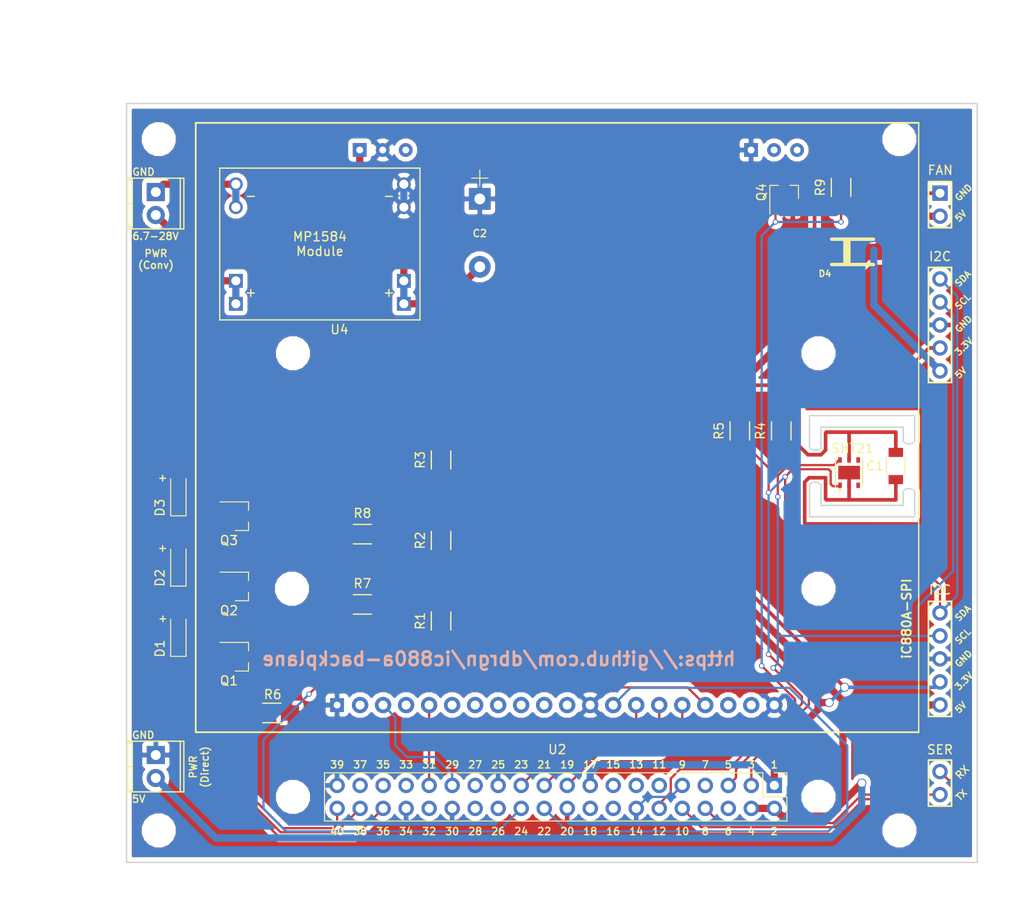
<source format=kicad_pcb>
(kicad_pcb (version 4) (host pcbnew 4.0.5)
  (title_block (title "iC880A-SPI Raspberry Pi Backplane") (date 2017-03-14) (rev v1.1) (company "Coredump Rapperswil"))
  (layers (0 F.Cu signal) (31 B.Cu signal) (34 B.Paste user) (35 F.Paste user) (36 B.SilkS user) (37 F.SilkS user) (38 B.Mask user) (39 F.Mask user) (44 Edge.Cuts user))
  (net 0 "")
  (net 1 "Net-(D1-Pad2)")
  (net 2 "Net-(D1-Pad1)")
  (net 3 "Net-(D2-Pad2)")
  (net 4 "Net-(D2-Pad1)")
  (net 5 "Net-(D3-Pad2)")
  (net 6 "Net-(D3-Pad1)")
  (net 7 "Net-(J1-Pad1)")
  (net 8 "Net-(J1-Pad2)")
  (net 9 "Net-(J3-Pad1)")
  (net 10 "Net-(J3-Pad2)")
  (net 11 GND)
  (net 12 "Net-(U1-Pad7)")
  (net 13 "Net-(U1-Pad11)")
  (net 14 "Net-(U1-Pad13)")
  (net 15 "Net-(U1-Pad15)")
  (net 16 "Net-(U1-Pad16)")
  (net 17 "Net-(U1-Pad18)")
  (net 18 "Net-(U1-Pad19)")
  (net 19 "Net-(U1-Pad21)")
  (net 20 "Net-(U1-Pad22)")
  (net 21 "Net-(U1-Pad23)")
  (net 22 "Net-(U1-Pad24)")
  (net 23 "Net-(U1-Pad26)")
  (net 24 "Net-(U1-Pad27)")
  (net 25 "Net-(U1-Pad28)")
  (net 26 "Net-(U1-Pad29)")
  (net 27 "Net-(U1-Pad31)")
  (net 28 "Net-(U1-Pad32)")
  (net 29 "Net-(U1-Pad33)")
  (net 30 "Net-(U1-Pad37)")
  (net 31 "Net-(U2-Pad2)")
  (net 32 "Net-(U2-Pad4)")
  (net 33 "Net-(U2-Pad6)")
  (net 34 "Net-(U2-Pad7)")
  (net 35 "Net-(U2-Pad8)")
  (net 36 "Net-(U2-Pad9)")
  (net 37 "Net-(U2-Pad10)")
  (net 38 "Net-(U2-Pad11)")
  (net 39 "Net-(U2-Pad18)")
  (net 40 "Net-(U2-Pad19)")
  (net 41 /3.3V)
  (net 42 /5V)
  (net 43 "Net-(U1-Pad6)")
  (net 44 "Net-(U2-Pad23)")
  (net 45 "Net-(U2-Pad25)")
  (net 46 "Net-(U2-Pad26)")
  (net 47 "Net-(U3-Pad4)")
  (net 48 "Net-(U3-Pad3)")
  (net 49 "Net-(D4-Pad2)")
  (net 50 "Net-(U1-Pad35)")
  (net 51 "Net-(J5-Pad1)")
  (net 52 "Net-(J5-Pad2)")
  (net 53 "Net-(Q1-Pad1)")
  (net 54 "Net-(Q2-Pad1)")
  (net 55 "Net-(Q3-Pad1)")
  (net 56 "Net-(Q4-Pad1)")
  (module Mounting_Holes:MountingHole_2.7mm_M2.5 (layer F.Cu) (at 133.697 123.685)
    (fp_text reference REF** hide)
    (fp_text value MountingHole_2.7mm_M2.5 hide)
    (pad "" np_thru_hole circle (at 0 0) (size 2.75 2.75) (drill 2.75) (layers *.Cu *.Mask))
  )
  (module ic880a:IC880A-SPI (layer F.Cu) (at 162.9791 105.8926)
    (fp_text reference U2 (at 0 35.56) (layer F.SilkS))
    (fp_text value IC880A-SPI)
    (pad 1 thru_hole rect (at -24.3 30.65) (size 1.524 1.524) (drill 0.762) (layers *.Cu *.Mask) (net 11 GND))
    (pad 2 thru_hole circle (at -21.76 30.65) (size 1.8 1.8) (drill 1) (layers *.Cu *.Mask) (net 31 "Net-(U2-Pad2)"))
    (pad 3 thru_hole circle (at -19.22 30.65) (size 1.8 1.8) (drill 1) (layers *.Cu *.Mask) (net 26 "Net-(U1-Pad29)"))
    (pad 4 thru_hole circle (at -16.68 30.65) (size 1.8 1.8) (drill 1) (layers *.Cu *.Mask) (net 32 "Net-(U2-Pad4)"))
    (pad 5 thru_hole circle (at -14.14 30.65) (size 1.8 1.8) (drill 1) (layers *.Cu *.Mask) (net 27 "Net-(U1-Pad31)"))
    (pad 6 thru_hole circle (at -11.6 30.65) (size 1.8 1.8) (drill 1) (layers *.Cu *.Mask) (net 33 "Net-(U2-Pad6)"))
    (pad 7 thru_hole circle (at -9.06 30.65) (size 1.8 1.8) (drill 1) (layers *.Cu *.Mask) (net 34 "Net-(U2-Pad7)"))
    (pad 8 thru_hole circle (at -6.52 30.65) (size 1.8 1.8) (drill 1) (layers *.Cu *.Mask) (net 35 "Net-(U2-Pad8)"))
    (pad 9 thru_hole circle (at -3.98 30.65) (size 1.8 1.8) (drill 1) (layers *.Cu *.Mask) (net 36 "Net-(U2-Pad9)"))
    (pad 10 thru_hole circle (at -1.44 30.65) (size 1.8 1.8) (drill 1) (layers *.Cu *.Mask) (net 37 "Net-(U2-Pad10)"))
    (pad 11 thru_hole circle (at 1.1 30.65) (size 1.8 1.8) (drill 1) (layers *.Cu *.Mask) (net 38 "Net-(U2-Pad11)"))
    (pad 12 thru_hole circle (at 3.64 30.65) (size 1.8 1.8) (drill 1) (layers *.Cu *.Mask) (net 11 GND))
    (pad 13 thru_hole circle (at 6.18 30.65) (size 1.8 1.8) (drill 1) (layers *.Cu *.Mask) (net 20 "Net-(U1-Pad22)"))
    (pad 14 thru_hole circle (at 8.72 30.65) (size 1.8 1.8) (drill 1) (layers *.Cu *.Mask) (net 21 "Net-(U1-Pad23)"))
    (pad 15 thru_hole circle (at 11.26 30.65) (size 1.8 1.8) (drill 1) (layers *.Cu *.Mask) (net 19 "Net-(U1-Pad21)"))
    (pad 16 thru_hole circle (at 13.8 30.65) (size 1.8 1.8) (drill 1) (layers *.Cu *.Mask) (net 18 "Net-(U1-Pad19)"))
    (pad 17 thru_hole circle (at 16.34 30.65) (size 1.8 1.8) (drill 1) (layers *.Cu *.Mask) (net 22 "Net-(U1-Pad24)"))
    (pad 18 thru_hole circle (at 18.88 30.65) (size 1.8 1.8) (drill 1) (layers *.Cu *.Mask) (net 39 "Net-(U2-Pad18)"))
    (pad 19 thru_hole circle (at 21.42 30.65) (size 1.8 1.8) (drill 1) (layers *.Cu *.Mask) (net 40 "Net-(U2-Pad19)"))
    (pad 20 thru_hole circle (at 23.96 30.65) (size 1.8 1.8) (drill 1) (layers *.Cu *.Mask) (net 11 GND))
    (pad 21 thru_hole rect (at -21.8 -30.65) (size 1.524 1.524) (drill 0.762) (layers *.Cu *.Mask) (net 42 /5V))
    (pad 22 thru_hole circle (at -19.26 -30.65) (size 1.524 1.524) (drill 0.762) (layers *.Cu *.Mask) (net 11 GND))
    (pad 23 thru_hole circle (at -16.72 -30.65) (size 1.524 1.524) (drill 0.762) (layers *.Cu *.Mask) (net 44 "Net-(U2-Pad23)"))
    (pad 24 thru_hole rect (at 21.4 -30.65) (size 1.524 1.524) (drill 0.762) (layers *.Cu *.Mask) (net 11 GND))
    (pad 25 thru_hole circle (at 23.94 -30.65) (size 1.524 1.524) (drill 0.762) (layers *.Cu *.Mask) (net 45 "Net-(U2-Pad25)"))
    (pad 26 thru_hole circle (at 26.48 -30.65) (size 1.524 1.524) (drill 0.762) (layers *.Cu *.Mask) (net 46 "Net-(U2-Pad26)"))
  )
  (module regulators:MP1584_MODULE (layer F.Cu) (at 136.779 85.6234)
    (fp_text reference U4 (at 2.159 9.4488) (layer F.SilkS))
    (fp_text value MP1584_MODULE hide)
    (fp_text user + (at 7.62 5.334) (layer F.SilkS))
    (fp_text user + (at -7.62 5.334) (layer F.SilkS))
    (fp_text user - (at 7.62 -5.334) (layer F.SilkS))
    (fp_text user - (at -7.62 -5.334) (layer F.SilkS))
    (pad 1 thru_hole circle (at -9.271 -6.604) (size 1.524 1.524) (drill 1) (layers *.Cu *.Mask) (net 51 "Net-(J5-Pad1)"))
    (pad 1 thru_hole circle (at -9.271 -4.064) (size 1.524 1.524) (drill 1) (layers *.Cu *.Mask) (net 51 "Net-(J5-Pad1)"))
    (pad 2 thru_hole rect (at -9.271 4.064 90) (size 1.524 1.524) (drill 1) (layers *.Cu *.Mask) (net 52 "Net-(J5-Pad2)"))
    (pad 2 thru_hole rect (at -9.271 6.604 90) (size 1.524 1.524) (drill 1) (layers *.Cu *.Mask) (net 52 "Net-(J5-Pad2)"))
    (pad 4 thru_hole circle (at 9.271 -4.064 90) (size 1.524 1.524) (drill 1) (layers *.Cu *.Mask) (net 11 GND))
    (pad 3 thru_hole rect (at 9.271 4.064 180) (size 1.524 1.524) (drill 1) (layers *.Cu *.Mask) (net 42 /5V))
    (pad 4 thru_hole circle (at 9.271 -6.604 90) (size 1.524 1.524) (drill 1) (layers *.Cu *.Mask) (net 11 GND))
    (pad 3 thru_hole rect (at 9.271 6.604 90) (size 1.524 1.524) (drill 1) (layers *.Cu *.Mask) (net 42 /5V))
  )
  (module Pin_Headers:Pin_Header_Straight_2x20_Pitch2.54mm (layer F.Cu) (at 186.944 145.415 270)
    (fp_text reference U1 hide)
    (fp_text value Raspberry_Pi_2_3 hide)
    (pad 1 thru_hole rect (at 0 0 270) (size 1.7 1.7) (drill 1) (layers *.Cu *.Mask) (net 41 /3.3V))
    (pad 2 thru_hole oval (at 2.54 0 270) (size 1.7 1.7) (drill 1) (layers *.Cu *.Mask) (net 42 /5V))
    (pad 3 thru_hole oval (at 0 2.54 270) (size 1.7 1.7) (drill 1) (layers *.Cu *.Mask) (net 7 "Net-(J1-Pad1)"))
    (pad 4 thru_hole oval (at 2.54 2.54 270) (size 1.7 1.7) (drill 1) (layers *.Cu *.Mask) (net 42 /5V))
    (pad 5 thru_hole oval (at 0 5.08 270) (size 1.7 1.7) (drill 1) (layers *.Cu *.Mask) (net 8 "Net-(J1-Pad2)"))
    (pad 6 thru_hole oval (at 2.54 5.08 270) (size 1.7 1.7) (drill 1) (layers *.Cu *.Mask) (net 43 "Net-(U1-Pad6)"))
    (pad 7 thru_hole oval (at 0 7.62 270) (size 1.7 1.7) (drill 1) (layers *.Cu *.Mask) (net 12 "Net-(U1-Pad7)"))
    (pad 8 thru_hole oval (at 2.54 7.62 270) (size 1.7 1.7) (drill 1) (layers *.Cu *.Mask) (net 9 "Net-(J3-Pad1)"))
    (pad 9 thru_hole oval (at 0 10.16 270) (size 1.7 1.7) (drill 1) (layers *.Cu *.Mask) (net 11 GND))
    (pad 10 thru_hole oval (at 2.54 10.16 270) (size 1.7 1.7) (drill 1) (layers *.Cu *.Mask) (net 10 "Net-(J3-Pad2)"))
    (pad 11 thru_hole oval (at 0 12.7 270) (size 1.7 1.7) (drill 1) (layers *.Cu *.Mask) (net 13 "Net-(U1-Pad11)"))
    (pad 12 thru_hole oval (at 2.54 12.7 270) (size 1.7 1.7) (drill 1) (layers *.Cu *.Mask) (net 56 "Net-(Q4-Pad1)"))
    (pad 13 thru_hole oval (at 0 15.24 270) (size 1.7 1.7) (drill 1) (layers *.Cu *.Mask) (net 14 "Net-(U1-Pad13)"))
    (pad 14 thru_hole oval (at 2.54 15.24 270) (size 1.7 1.7) (drill 1) (layers *.Cu *.Mask) (net 11 GND))
    (pad 15 thru_hole oval (at 0 17.78 270) (size 1.7 1.7) (drill 1) (layers *.Cu *.Mask) (net 15 "Net-(U1-Pad15)"))
    (pad 16 thru_hole oval (at 2.54 17.78 270) (size 1.7 1.7) (drill 1) (layers *.Cu *.Mask) (net 16 "Net-(U1-Pad16)"))
    (pad 17 thru_hole oval (at 0 20.32 270) (size 1.7 1.7) (drill 1) (layers *.Cu *.Mask) (net 41 /3.3V))
    (pad 18 thru_hole oval (at 2.54 20.32 270) (size 1.7 1.7) (drill 1) (layers *.Cu *.Mask) (net 17 "Net-(U1-Pad18)"))
    (pad 19 thru_hole oval (at 0 22.86 270) (size 1.7 1.7) (drill 1) (layers *.Cu *.Mask) (net 18 "Net-(U1-Pad19)"))
    (pad 20 thru_hole oval (at 2.54 22.86 270) (size 1.7 1.7) (drill 1) (layers *.Cu *.Mask) (net 11 GND))
    (pad 21 thru_hole oval (at 0 25.4 270) (size 1.7 1.7) (drill 1) (layers *.Cu *.Mask) (net 19 "Net-(U1-Pad21)"))
    (pad 22 thru_hole oval (at 2.54 25.4 270) (size 1.7 1.7) (drill 1) (layers *.Cu *.Mask) (net 20 "Net-(U1-Pad22)"))
    (pad 23 thru_hole oval (at 0 27.94 270) (size 1.7 1.7) (drill 1) (layers *.Cu *.Mask) (net 21 "Net-(U1-Pad23)"))
    (pad 24 thru_hole oval (at 2.54 27.94 270) (size 1.7 1.7) (drill 1) (layers *.Cu *.Mask) (net 22 "Net-(U1-Pad24)"))
    (pad 25 thru_hole oval (at 0 30.48 270) (size 1.7 1.7) (drill 1) (layers *.Cu *.Mask) (net 11 GND))
    (pad 26 thru_hole oval (at 2.54 30.48 270) (size 1.7 1.7) (drill 1) (layers *.Cu *.Mask) (net 23 "Net-(U1-Pad26)"))
    (pad 27 thru_hole oval (at 0 33.02 270) (size 1.7 1.7) (drill 1) (layers *.Cu *.Mask) (net 24 "Net-(U1-Pad27)"))
    (pad 28 thru_hole oval (at 2.54 33.02 270) (size 1.7 1.7) (drill 1) (layers *.Cu *.Mask) (net 25 "Net-(U1-Pad28)"))
    (pad 29 thru_hole oval (at 0 35.56 270) (size 1.7 1.7) (drill 1) (layers *.Cu *.Mask) (net 26 "Net-(U1-Pad29)"))
    (pad 30 thru_hole oval (at 2.54 35.56 270) (size 1.7 1.7) (drill 1) (layers *.Cu *.Mask) (net 11 GND))
    (pad 31 thru_hole oval (at 0 38.1 270) (size 1.7 1.7) (drill 1) (layers *.Cu *.Mask) (net 27 "Net-(U1-Pad31)"))
    (pad 32 thru_hole oval (at 2.54 38.1 270) (size 1.7 1.7) (drill 1) (layers *.Cu *.Mask) (net 28 "Net-(U1-Pad32)"))
    (pad 33 thru_hole oval (at 0 40.64 270) (size 1.7 1.7) (drill 1) (layers *.Cu *.Mask) (net 29 "Net-(U1-Pad33)"))
    (pad 34 thru_hole oval (at 2.54 40.64 270) (size 1.7 1.7) (drill 1) (layers *.Cu *.Mask) (net 11 GND))
    (pad 35 thru_hole oval (at 0 43.18 270) (size 1.7 1.7) (drill 1) (layers *.Cu *.Mask) (net 50 "Net-(U1-Pad35)"))
    (pad 36 thru_hole oval (at 2.54 43.18 270) (size 1.7 1.7) (drill 1) (layers *.Cu *.Mask) (net 55 "Net-(Q3-Pad1)"))
    (pad 37 thru_hole oval (at 0 45.72 270) (size 1.7 1.7) (drill 1) (layers *.Cu *.Mask) (net 30 "Net-(U1-Pad37)"))
    (pad 38 thru_hole oval (at 2.54 45.72 270) (size 1.7 1.7) (drill 1) (layers *.Cu *.Mask) (net 54 "Net-(Q2-Pad1)"))
    (pad 39 thru_hole oval (at 0 48.26 270) (size 1.7 1.7) (drill 1) (layers *.Cu *.Mask) (net 11 GND))
    (pad 40 thru_hole oval (at 2.54 48.26 270) (size 1.7 1.7) (drill 1) (layers *.Cu *.Mask) (net 53 "Net-(Q1-Pad1)"))
  )
  (module Mounting_Holes:MountingHole_2.7mm_M2.5 (layer F.Cu) (at 200.747 150.39)
    (fp_text reference REF** hide)
    (fp_text value MountingHole_2.7mm_M2.5 hide)
    (pad "" np_thru_hole circle (at 0 0) (size 2.75 2.75) (drill 2.75) (layers *.Cu *.Mask))
  )
  (module Mounting_Holes:MountingHole_2.7mm_M2.5 (layer F.Cu) (at 200.747 74.04)
    (fp_text reference REF** hide)
    (fp_text value MountingHole_2.7mm_M2.5 hide)
    (pad "" np_thru_hole circle (at 0 0) (size 2.75 2.75) (drill 2.75) (layers *.Cu *.Mask))
  )
  (module Mounting_Holes:MountingHole_2.7mm_M2.5 (layer F.Cu) (at 118.997 150.39)
    (fp_text reference REF** hide)
    (fp_text value MountingHole_2.7mm_M2.5 hide)
    (pad "" np_thru_hole circle (at 0 0) (size 2.75 2.75) (drill 2.75) (layers *.Cu *.Mask))
  )
  (module Mounting_Holes:MountingHole_2.7mm_M2.5 (layer F.Cu) (at 118.997 74.04)
    (fp_text reference REF** hide)
    (fp_text value MountingHole_2.7mm_M2.5 hide)
    (pad "" np_thru_hole circle (at 0 0) (size 2.75 2.75) (drill 2.75) (layers *.Cu *.Mask))
  )
  (module Mounting_Holes:MountingHole_2.7mm_M2.5 (layer F.Cu) (at 191.814 123.685)
    (fp_text reference REF** hide)
    (fp_text value MountingHole_2.7mm_M2.5 hide)
    (pad "" np_thru_hole circle (at 0 0) (size 2.75 2.75) (drill 2.75) (layers *.Cu *.Mask))
  )
  (module Mounting_Holes:MountingHole_2.7mm_M2.5 (layer F.Cu) (at 191.814 97.685)
    (fp_text reference REF** hide)
    (fp_text value MountingHole_2.7mm_M2.5 hide)
    (pad "" np_thru_hole circle (at 0 0) (size 2.75 2.75) (drill 2.75) (layers *.Cu *.Mask))
  )
  (module Mounting_Holes:MountingHole_2.7mm_M2.5 (layer F.Cu) (at 133.814 97.685)
    (fp_text reference REF** hide)
    (fp_text value MountingHole_2.7mm_M2.5 hide)
    (pad "" np_thru_hole circle (at 0 0) (size 2.75 2.75) (drill 2.75) (layers *.Cu *.Mask))
  )
  (module Mounting_Holes:MountingHole_2.7mm_M2.5 (layer F.Cu) (at 191.814 146.685)
    (fp_text reference REF** hide)
    (fp_text value MountingHole_2.7mm_M2.5 hide)
    (pad "" np_thru_hole circle (at 0 0) (size 2.75 2.75) (drill 2.75) (layers *.Cu *.Mask))
  )
  (module LEDs:LED_1206 (layer F.Cu) (at 121.158 128.664 90)
    (fp_text reference D1 (at -1.638 -2.032 270) (layer F.SilkS))
    (fp_text value LED_Small hide)
    (pad 2 smd rect (at 1.65 0 270) (size 1.5 1.5) (layers F.Cu F.Paste F.Mask) (net 1 "Net-(D1-Pad2)"))
    (pad 1 smd rect (at -1.65 0 270) (size 1.5 1.5) (layers F.Cu F.Paste F.Mask) (net 2 "Net-(D1-Pad1)"))
  )
  (module LEDs:LED_1206 (layer F.Cu) (at 121.158 120.904 90)
    (fp_text reference D2 (at -1.5875 -2.032 270) (layer F.SilkS))
    (fp_text value LED_Small hide)
    (pad 2 smd rect (at 1.65 0 270) (size 1.5 1.5) (layers F.Cu F.Paste F.Mask) (net 3 "Net-(D2-Pad2)"))
    (pad 1 smd rect (at -1.65 0 270) (size 1.5 1.5) (layers F.Cu F.Paste F.Mask) (net 4 "Net-(D2-Pad1)"))
  )
  (module LEDs:LED_1206 (layer F.Cu) (at 121.158 113.144 90)
    (fp_text reference D3 (at -1.6005 -2.032 270) (layer F.SilkS))
    (fp_text value LED_Small hide)
    (pad 2 smd rect (at 1.65 0 270) (size 1.5 1.5) (layers F.Cu F.Paste F.Mask) (net 5 "Net-(D3-Pad2)"))
    (pad 1 smd rect (at -1.65 0 270) (size 1.5 1.5) (layers F.Cu F.Paste F.Mask) (net 6 "Net-(D3-Pad1)"))
  )
  (module TO_SOT_Packages_SMD:SOT-23_Handsoldering (layer F.Cu) (at 128.143 115.684)
    (fp_text reference Q3 (at -1.397 2.68) (layer F.SilkS))
    (fp_text value Q_NMOS_GSD hide)
    (pad 1 smd rect (at -1.5 -0.95) (size 1.9 0.8) (layers F.Cu F.Paste F.Mask) (net 55 "Net-(Q3-Pad1)"))
    (pad 2 smd rect (at -1.5 0.95) (size 1.9 0.8) (layers F.Cu F.Paste F.Mask) (net 11 GND))
    (pad 3 smd rect (at 1.5 0) (size 1.9 0.8) (layers F.Cu F.Paste F.Mask) (net 6 "Net-(D3-Pad1)"))
  )
  (module TO_SOT_Packages_SMD:SOT-23_Handsoldering (layer F.Cu) (at 128.143 123.444)
    (fp_text reference Q2 (at -1.397 2.667) (layer F.SilkS))
    (fp_text value Q_NMOS_GSD hide)
    (pad 1 smd rect (at -1.5 -0.95) (size 1.9 0.8) (layers F.Cu F.Paste F.Mask) (net 54 "Net-(Q2-Pad1)"))
    (pad 2 smd rect (at -1.5 0.95) (size 1.9 0.8) (layers F.Cu F.Paste F.Mask) (net 11 GND))
    (pad 3 smd rect (at 1.5 0) (size 1.9 0.8) (layers F.Cu F.Paste F.Mask) (net 4 "Net-(D2-Pad1)"))
  )
  (module TO_SOT_Packages_SMD:SOT-23_Handsoldering (layer F.Cu) (at 128.143 131.204)
    (fp_text reference Q1 (at -1.397 2.654) (layer F.SilkS))
    (fp_text value Q_NMOS_GSD hide)
    (pad 1 smd rect (at -1.5 -0.95) (size 1.9 0.8) (layers F.Cu F.Paste F.Mask) (net 53 "Net-(Q1-Pad1)"))
    (pad 2 smd rect (at -1.5 0.95) (size 1.9 0.8) (layers F.Cu F.Paste F.Mask) (net 11 GND))
    (pad 3 smd rect (at 1.5 0) (size 1.9 0.8) (layers F.Cu F.Paste F.Mask) (net 2 "Net-(D1-Pad1)"))
  )
  (module Resistors_SMD:R_1206_HandSoldering (layer F.Cu) (at 150.157 127.254 90)
    (fp_text reference R1 (at 0 -2.3 90) (layer F.SilkS))
    (fp_text value R hide)
    (pad 1 smd rect (at -2 0 90) (size 2 1.7) (layers F.Cu F.Paste F.Mask) (net 1 "Net-(D1-Pad2)"))
    (pad 2 smd rect (at 2 0 90) (size 2 1.7) (layers F.Cu F.Paste F.Mask) (net 41 /3.3V))
  )
  (module Resistors_SMD:R_1206_HandSoldering (layer F.Cu) (at 150.157 118.364 90)
    (fp_text reference R2 (at 0 -2.3 90) (layer F.SilkS))
    (fp_text value R hide)
    (pad 1 smd rect (at -2 0 90) (size 2 1.7) (layers F.Cu F.Paste F.Mask) (net 3 "Net-(D2-Pad2)"))
    (pad 2 smd rect (at 2 0 90) (size 2 1.7) (layers F.Cu F.Paste F.Mask) (net 41 /3.3V))
  )
  (module Resistors_SMD:R_1206_HandSoldering (layer F.Cu) (at 150.157 109.474 90)
    (fp_text reference R3 (at 0 -2.3 90) (layer F.SilkS))
    (fp_text value R hide)
    (pad 1 smd rect (at -2 0 90) (size 2 1.7) (layers F.Cu F.Paste F.Mask) (net 5 "Net-(D3-Pad2)"))
    (pad 2 smd rect (at 2 0 90) (size 2 1.7) (layers F.Cu F.Paste F.Mask) (net 41 /3.3V))
  )
  (module oshw-logos:OSHW_MASK_7MM (layer F.Cu) (at 171.3028 102.3624 315)
    (fp_text reference G*** hide)
    (fp_text value LOGO hide)
  )
  (module sensirion:SHT21 (layer F.Cu) (at 195.197 110.871)
    (fp_text reference U3 hide)
    (fp_text value SHT21 (at 0.383 -2.667) (layer F.SilkS))
    (pad 5 smd rect (at 0 -1.5) (size 0.4 0.6) (drill oval (offset 0 0.1)) (layers F.Cu F.Paste F.Mask) (net 41 /3.3V))
    (pad 6 smd rect (at -1 -1.5) (size 0.4 0.6) (drill oval (offset 0 0.1)) (layers F.Cu F.Paste F.Mask) (net 8 "Net-(J1-Pad2)"))
    (pad 4 smd rect (at 1 -1.5) (size 0.4 0.6) (drill oval (offset 0 0.1)) (layers F.Cu F.Paste F.Mask) (net 47 "Net-(U3-Pad4)"))
    (pad 3 smd rect (at 1 1.5) (size 0.4 0.6) (drill oval (offset 0 -0.1)) (layers F.Cu F.Paste F.Mask) (net 48 "Net-(U3-Pad3)"))
    (pad 1 smd rect (at -1 1.5) (size 0.4 0.6) (drill oval (offset 0 -0.1)) (layers F.Cu F.Paste F.Mask) (net 7 "Net-(J1-Pad1)"))
    (pad 2 smd rect (at 0 1.5) (size 0.4 0.6) (drill oval (offset 0 -0.1)) (layers F.Cu F.Paste F.Mask) (net 11 GND))
    (pad 2 smd rect (at 0 0) (size 2.4 1.5) (layers F.Cu F.Paste F.Mask) (net 11 GND))
  )
  (module Mounting_Holes:MountingHole_2.7mm_M2.5 (layer F.Cu) (at 133.814 146.685)
    (fp_text reference REF** hide)
    (fp_text value MountingHole_2.7mm_M2.5 hide)
    (pad "" np_thru_hole circle (at 0 0) (size 2.75 2.75) (drill 2.75) (layers *.Cu *.Mask))
  )
  (module Capacitors_SMD:C_1206 (layer F.Cu) (at 200.3552 110.14 90)
    (fp_text reference C1 (at 0 -2.3 180) (layer F.SilkS))
    (fp_text value C)
    (pad 1 smd rect (at -1.5 0 90) (size 1 1.6) (layers F.Cu F.Paste F.Mask) (net 11 GND))
    (pad 2 smd rect (at 1.5 0 90) (size 1 1.6) (layers F.Cu F.Paste F.Mask) (net 41 /3.3V))
  )
  (module headers:header_1x2_unmarked (layer F.Cu) (at 205.232 146.431 180)
    (fp_text reference J3 hide)
    (fp_text value SER (at 0 4.953 360) (layer F.SilkS))
    (pad 1 thru_hole circle (at 0 0 180) (size 1.7 1.7) (drill 1) (layers *.Cu *.Mask) (net 9 "Net-(J3-Pad1)"))
    (pad 2 thru_hole oval (at 0 2.54 180) (size 1.7 1.7) (drill 1) (layers *.Cu *.Mask) (net 10 "Net-(J3-Pad2)"))
  )
  (module headers:header_1x5_unmarked (layer F.Cu) (at 205.232 126.365)
    (fp_text reference J1 hide)
    (fp_text value I2C (at 0 -2.54) (layer F.SilkS))
    (pad 1 thru_hole circle (at 0 0) (size 1.7 1.7) (drill 1) (layers *.Cu *.Mask) (net 7 "Net-(J1-Pad1)"))
    (pad 2 thru_hole oval (at 0 2.54) (size 1.7 1.7) (drill 1) (layers *.Cu *.Mask) (net 8 "Net-(J1-Pad2)"))
    (pad 3 thru_hole oval (at 0 5.08) (size 1.7 1.7) (drill 1) (layers *.Cu *.Mask) (net 11 GND))
    (pad 4 thru_hole oval (at 0 7.62) (size 1.7 1.7) (drill 1) (layers *.Cu *.Mask) (net 41 /3.3V))
    (pad 5 thru_hole oval (at 0 10.16) (size 1.7 1.7) (drill 1) (layers *.Cu *.Mask) (net 42 /5V))
  )
  (module headers:header_1x5_unmarked (layer F.Cu) (at 205.232 89.4842)
    (fp_text reference J2 hide)
    (fp_text value I2C (at 0 -2.4892) (layer F.SilkS))
    (pad 1 thru_hole circle (at 0 0) (size 1.7 1.7) (drill 1) (layers *.Cu *.Mask) (net 7 "Net-(J1-Pad1)"))
    (pad 2 thru_hole oval (at 0 2.54) (size 1.7 1.7) (drill 1) (layers *.Cu *.Mask) (net 8 "Net-(J1-Pad2)"))
    (pad 3 thru_hole oval (at 0 5.08) (size 1.7 1.7) (drill 1) (layers *.Cu *.Mask) (net 11 GND))
    (pad 4 thru_hole oval (at 0 7.62) (size 1.7 1.7) (drill 1) (layers *.Cu *.Mask) (net 41 /3.3V))
    (pad 5 thru_hole oval (at 0 10.16) (size 1.7 1.7) (drill 1) (layers *.Cu *.Mask) (net 42 /5V))
  )
  (module headers:header_1x2_marked (layer F.Cu) (at 205.232 80.01)
    (fp_text reference J6 hide)
    (fp_text value FAN (at 0.0275 -2.54) (layer F.SilkS))
    (pad 1 thru_hole rect (at 0 0) (size 1.7 1.7) (drill 1) (layers *.Cu *.Mask) (net 49 "Net-(D4-Pad2)"))
    (pad 2 thru_hole oval (at 0 2.54) (size 1.7 1.7) (drill 1) (layers *.Cu *.Mask) (net 42 /5V))
  )
  (module TO_SOT_Packages_SMD:SOT-23_Handsoldering (layer F.Cu) (at 188.026 79.907 90)
    (fp_text reference Q4 (at 0 -2.5 90) (layer F.SilkS))
    (fp_text value Q_NMOS_GSD hide)
    (pad 1 smd rect (at -1.5 -0.95 90) (size 1.9 0.8) (layers F.Cu F.Paste F.Mask) (net 56 "Net-(Q4-Pad1)"))
    (pad 2 smd rect (at -1.5 0.95 90) (size 1.9 0.8) (layers F.Cu F.Paste F.Mask) (net 11 GND))
    (pad 3 smd rect (at 1.5 0 90) (size 1.9 0.8) (layers F.Cu F.Paste F.Mask) (net 49 "Net-(D4-Pad2)"))
  )
  (module Connectors_Terminal_Blocks:TerminalBlock_Pheonix_MPT-2.54mm_2pol (layer F.Cu) (at 118.6688 79.883 270)
    (fp_text reference J5 hide)
    (fp_text value PWR hide)
    (pad 2 thru_hole oval (at 2.54 0 270) (size 1.99898 1.99898) (drill 1.09728) (layers *.Cu *.Mask) (net 52 "Net-(J5-Pad2)"))
    (pad 1 thru_hole rect (at 0 0 270) (size 1.99898 1.99898) (drill 1.09728) (layers *.Cu *.Mask) (net 51 "Net-(J5-Pad1)"))
  )
  (module Connectors_Terminal_Blocks:TerminalBlock_Pheonix_MPT-2.54mm_2pol (layer F.Cu) (at 118.6688 142.0622 270)
    (fp_text reference J4 hide)
    (fp_text value PWR hide)
    (pad 2 thru_hole oval (at 2.54 0 270) (size 1.99898 1.99898) (drill 1.09728) (layers *.Cu *.Mask) (net 42 /5V))
    (pad 1 thru_hole rect (at 0 0 270) (size 1.99898 1.99898) (drill 1.09728) (layers *.Cu *.Mask) (net 11 GND))
  )
  (module Resistors_SMD:R_1206_HandSoldering (layer F.Cu) (at 187.706 106.267 90)
    (fp_text reference R4 (at 0 -2.3 90) (layer F.SilkS))
    (fp_text value R)
    (pad 1 smd rect (at -2 0 90) (size 2 1.7) (layers F.Cu F.Paste F.Mask) (net 8 "Net-(J1-Pad2)"))
    (pad 2 smd rect (at 2 0 90) (size 2 1.7) (layers F.Cu F.Paste F.Mask) (net 41 /3.3V))
  )
  (module Resistors_SMD:R_1206_HandSoldering (layer F.Cu) (at 183.134 106.267 90)
    (fp_text reference R5 (at 0 -2.3 90) (layer F.SilkS))
    (fp_text value R)
    (pad 1 smd rect (at -2 0 90) (size 2 1.7) (layers F.Cu F.Paste F.Mask) (net 7 "Net-(J1-Pad1)"))
    (pad 2 smd rect (at 2 0 90) (size 2 1.7) (layers F.Cu F.Paste F.Mask) (net 41 /3.3V))
  )
  (module Resistors_SMD:R_1206_HandSoldering (layer F.Cu) (at 131.477 137.414)
    (fp_text reference R6 (at 0.095 -2.032) (layer F.SilkS))
    (fp_text value R hide)
    (pad 1 smd rect (at -2 0) (size 2 1.7) (layers F.Cu F.Paste F.Mask) (net 53 "Net-(Q1-Pad1)"))
    (pad 2 smd rect (at 2 0) (size 2 1.7) (layers F.Cu F.Paste F.Mask) (net 11 GND))
  )
  (module Resistors_SMD:R_1206_HandSoldering (layer F.Cu) (at 141.478 125.4255)
    (fp_text reference R7 (at 0 -2.3) (layer F.SilkS))
    (fp_text value R hide)
    (pad 1 smd rect (at -1.873 0) (size 2 1.7) (layers F.Cu F.Paste F.Mask) (net 54 "Net-(Q2-Pad1)"))
    (pad 2 smd rect (at 2 0) (size 2 1.7) (layers F.Cu F.Paste F.Mask) (net 11 GND))
  )
  (module Resistors_SMD:R_1206_HandSoldering (layer F.Cu) (at 141.478 117.6655)
    (fp_text reference R8 (at 0 -2.3) (layer F.SilkS))
    (fp_text value R hide)
    (pad 1 smd rect (at -2 0) (size 2 1.7) (layers F.Cu F.Paste F.Mask) (net 55 "Net-(Q3-Pad1)"))
    (pad 2 smd rect (at 2 0) (size 2 1.7) (layers F.Cu F.Paste F.Mask) (net 11 GND))
  )
  (module capacitor-unmarked:CAP_UNMARKED (layer F.Cu) (at 154.432 80.645 270)
    (fp_text reference C2 hide)
    (fp_text value C hide)
    (pad 1 thru_hole rect (at 0 0 270) (size 2.4 2.4) (drill 1.2) (layers *.Cu *.Mask) (net 11 GND))
    (pad 2 thru_hole circle (at 7.5 0 270) (size 2.4 2.4) (drill 1.2) (layers *.Cu *.Mask) (net 42 /5V))
  )
  (module Resistors_SMD:R_1206_HandSoldering (layer F.Cu) (at 194.31 79.375 90)
    (fp_text reference R9 (at 0 -2.3 90) (layer F.SilkS))
    (fp_text value R hide)
    (pad 1 smd rect (at -2 0 90) (size 2 1.7) (layers F.Cu F.Paste F.Mask) (net 56 "Net-(Q4-Pad1)"))
    (pad 2 smd rect (at 2 0 90) (size 2 1.7) (layers F.Cu F.Paste F.Mask) (net 11 GND))
  )
  (module DO214:DO-214AC (layer F.Cu) (at 195.58 86.487 180)
    (fp_text reference D4 (at 3.048 -2.413 180) (layer F.SilkS) (effects (font (size 0.7 0.7))))
    (fp_text value D hide)
    (pad 1 smd rect (at -2.19964 0 180) (size 2.10058 1.80086) (layers F.Cu F.Paste F.Mask) (net 42 /5V))
    (pad 2 smd rect (at 2.19964 0 180) (size 2.10058 1.80086) (layers F.Cu F.Paste F.Mask) (net 49 "Net-(D4-Pad2)"))
  )
  (gr_text "PWR\n(Direct)" (at 123.444 143.383 90) (layer F.SilkS) (effects (font (size 0.8 0.8))))
  (gr_text "PWR\n(Conv)" (at 118.6815 87.3125) (layer F.SilkS) (effects (font (size 0.8 0.8))))
  (gr_text TX (at 207.1116 146.9898 45) (layer F.SilkS) (effects (font (size 0.7 0.7)) (justify left)))
  (gr_text RX (at 207.0735 144.5895 45) (layer F.SilkS) (effects (font (size 0.8 0.8)) (justify left)))
  (gr_text SCL (at 207.01 129.7068 45) (layer F.SilkS) (effects (font (size 0.7 0.7)) (justify left)))
  (gr_text SDA (at 207.01 127.1668 45) (layer F.SilkS) (effects (font (size 0.7 0.7)) (justify left)))
  (gr_text 5V (at 207.01 137.3268 45) (layer F.SilkS) (effects (font (size 0.7 0.7)) (justify left)))
  (gr_text 3.3V (at 207.01 134.7868 45) (layer F.SilkS) (effects (font (size 0.7 0.7)) (justify left)))
  (gr_text GND (at 207.01 132.2468 45) (layer F.SilkS) (effects (font (size 0.7 0.7)) (justify left)))
  (gr_line (start 202.438 104.591) (end 202.438 107.442) (layer Edge.Cuts) (width 0.15))
  (gr_line (start 201.168 105.8545) (end 201.168 107.4355) (layer Edge.Cuts) (width 0.15))
  (gr_line (start 202.438 112.903) (end 202.438 115.754) (layer Edge.Cuts) (width 0.15))
  (gr_line (start 201.168 112.903) (end 201.168 114.484) (layer Edge.Cuts) (width 0.15))
  (gr_text C2 (at 154.432 84.455) (layer F.SilkS) (effects (font (size 0.8 0.8))))
  (gr_text "MP1584\nModule" (at 136.779 85.6234) (layer F.SilkS) (effects (font (size 1 1))))
  (gr_text 6.7-28V (at 115.9954 84.7624) (layer F.SilkS) (effects (font (size 0.8 0.8)) (justify left)))
  (gr_text GND (at 115.9954 77.6624) (layer F.SilkS) (effects (font (size 0.8 0.8)) (justify left)))
  (gr_text https://github.com/dbrgn/ic880a-backplane (at 156.5275 131.445) (layer B.SilkS) (effects (font (size 1.5 1.5) (thickness 0.3)) (justify mirror)))
  (gr_text + (at 119.447 126.965) (layer F.SilkS) (effects (font (size 0.8 0.8))))
  (gr_text + (at 119.422 119.19) (layer F.SilkS) (effects (font (size 0.8 0.8))))
  (gr_text + (at 119.422 111.44) (layer F.SilkS) (effects (font (size 0.8 0.8))))
  (gr_text 5V (at 207.01 83.058 45) (layer F.SilkS) (effects (font (size 0.7 0.7)) (justify left)))
  (gr_text GND (at 207.01 80.772 45) (layer F.SilkS) (effects (font (size 0.7 0.7)) (justify left)))
  (gr_text SDA (at 207.01 90.2098 45) (layer F.SilkS) (effects (font (size 0.7 0.7)) (justify left)))
  (gr_text 3.3V (at 207.01 97.8298 45) (layer F.SilkS) (effects (font (size 0.7 0.7)) (justify left)))
  (gr_text GND (at 207.01 95.2898 45) (layer F.SilkS) (effects (font (size 0.7 0.7)) (justify left)))
  (gr_text 5V (at 207.01 100.3698 45) (layer F.SilkS) (effects (font (size 0.7 0.7)) (justify left)))
  (gr_text SCL (at 207.01 92.7498 45) (layer F.SilkS) (effects (font (size 0.7 0.7)) (justify left)))
  (gr_text GND (at 115.9637 139.8651) (layer F.SilkS) (effects (font (size 0.8 0.8)) (justify left)))
  (gr_text 5V (at 115.9637 146.9263) (layer F.SilkS) (effects (font (size 0.8 0.8)) (justify left)))
  (gr_text iC880A-SPI (at 201.549 127 90) (layer F.SilkS) (effects (font (size 1 1) (thickness 0.2))))
  (gr_text 1 (at 186.944 143.129) (layer F.SilkS) (effects (font (size 0.8 0.8))))
  (gr_text 3 (at 184.404 143.129) (layer F.SilkS) (effects (font (size 0.8 0.8))))
  (gr_text 5 (at 181.864 143.129) (layer F.SilkS) (effects (font (size 0.8 0.8))))
  (gr_text 7 (at 179.324 143.129) (layer F.SilkS) (effects (font (size 0.8 0.8))))
  (gr_text 9 (at 176.784 143.129) (layer F.SilkS) (effects (font (size 0.8 0.8))))
  (gr_text 11 (at 174.244 143.129) (layer F.SilkS) (effects (font (size 0.8 0.8))))
  (gr_text 13 (at 171.704 143.129) (layer F.SilkS) (effects (font (size 0.8 0.8))))
  (gr_text 15 (at 169.164 143.129) (layer F.SilkS) (effects (font (size 0.8 0.8))))
  (gr_text 17 (at 166.624 143.129) (layer F.SilkS) (effects (font (size 0.8 0.8))))
  (gr_text 19 (at 164.084 143.129) (layer F.SilkS) (effects (font (size 0.8 0.8))))
  (gr_text 21 (at 161.544 143.129) (layer F.SilkS) (effects (font (size 0.8 0.8))))
  (gr_text 23 (at 159.004 143.129) (layer F.SilkS) (effects (font (size 0.8 0.8))))
  (gr_text 25 (at 156.464 143.129) (layer F.SilkS) (effects (font (size 0.8 0.8))))
  (gr_text 27 (at 153.924 143.129) (layer F.SilkS) (effects (font (size 0.8 0.8))))
  (gr_text 29 (at 151.384 143.129) (layer F.SilkS) (effects (font (size 0.8 0.8))))
  (gr_text 31 (at 148.844 143.129) (layer F.SilkS) (effects (font (size 0.8 0.8))))
  (gr_text 33 (at 146.304 143.129) (layer F.SilkS) (effects (font (size 0.8 0.8))))
  (gr_text 35 (at 143.764 143.129) (layer F.SilkS) (effects (font (size 0.8 0.8))))
  (gr_text 37 (at 141.224 143.129) (layer F.SilkS) (effects (font (size 0.8 0.8))))
  (gr_text 39 (at 138.684 143.129) (layer F.SilkS) (effects (font (size 0.8 0.8))))
  (gr_text 2 (at 186.944 150.495) (layer F.SilkS) (effects (font (size 0.8 0.8))))
  (gr_text 4 (at 184.404 150.495) (layer F.SilkS) (effects (font (size 0.8 0.8))))
  (gr_text 6 (at 181.864 150.495) (layer F.SilkS) (effects (font (size 0.8 0.8))))
  (gr_text 8 (at 179.324 150.495) (layer F.SilkS) (effects (font (size 0.8 0.8))))
  (gr_text 10 (at 176.784 150.495) (layer F.SilkS) (effects (font (size 0.8 0.8))))
  (gr_text 12 (at 174.244 150.495) (layer F.SilkS) (effects (font (size 0.8 0.8))))
  (gr_text 14 (at 171.704 150.495) (layer F.SilkS) (effects (font (size 0.8 0.8))))
  (gr_text 16 (at 169.164 150.495) (layer F.SilkS) (effects (font (size 0.8 0.8))))
  (gr_text 18 (at 166.624 150.495) (layer F.SilkS) (effects (font (size 0.8 0.8))))
  (gr_text 20 (at 164.084 150.495) (layer F.SilkS) (effects (font (size 0.8 0.8))))
  (gr_text 22 (at 161.544 150.495) (layer F.SilkS) (effects (font (size 0.8 0.8))))
  (gr_text 24 (at 159.004 150.495) (layer F.SilkS) (effects (font (size 0.8 0.8))))
  (gr_text 26 (at 156.464 150.495) (layer F.SilkS) (effects (font (size 0.8 0.8))))
  (gr_text 28 (at 153.924 150.495) (layer F.SilkS) (effects (font (size 0.8 0.8))))
  (gr_text 30 (at 151.384 150.495) (layer F.SilkS) (effects (font (size 0.8 0.8))))
  (gr_text 32 (at 148.844 150.495) (layer F.SilkS) (effects (font (size 0.8 0.8))))
  (gr_text 34 (at 146.304 150.495) (layer F.SilkS) (effects (font (size 0.8 0.8))))
  (gr_text 36 (at 143.764 150.495) (layer F.SilkS) (effects (font (size 0.8 0.8))))
  (gr_text 38 (at 141.224 150.495) (layer F.SilkS) (effects (font (size 0.8 0.8))))
  (gr_text 40 (at 138.684 150.495) (layer F.SilkS) (effects (font (size 0.8 0.8))))
  (gr_line (start 190.827 108.134) (end 190.827 104.578) (angle 90) (layer Edge.Cuts) (width 0.15))
  (gr_line (start 192.097 105.848) (end 192.097 108.134) (angle 90) (layer Edge.Cuts) (width 0.15))
  (gr_line (start 190.827 112.198) (end 190.827 115.754) (angle 90) (layer Edge.Cuts) (width 0.15))
  (gr_line (start 192.097 114.484) (end 192.097 112.198) (angle 90) (layer Edge.Cuts) (width 0.15))
  (gr_arc (start 191.462 112.833) (end 190.827 112.198) (angle 90) (layer Edge.Cuts) (width 0.15))
  (gr_arc (start 191.462 107.499) (end 192.097 108.134) (angle 90) (layer Edge.Cuts) (width 0.15))
  (gr_arc (start 201.803 113.538) (end 201.168 112.903) (angle 90) (layer Edge.Cuts) (width 0.15))
  (gr_arc (start 201.803 106.807) (end 202.438 107.442) (angle 90) (layer Edge.Cuts) (width 0.15))
  (gr_line (start 190.827 104.578) (end 202.438 104.578) (angle 90) (layer Edge.Cuts) (width 0.15))
  (gr_line (start 202.438 115.754) (end 190.827 115.754) (angle 90) (layer Edge.Cuts) (width 0.15))
  (gr_line (start 201.168 114.484) (end 192.097 114.484) (angle 90) (layer Edge.Cuts) (width 0.15))
  (gr_line (start 192.605 105.848) (end 192.097 105.848) (angle 90) (layer Edge.Cuts) (width 0.15))
  (gr_line (start 201.168 105.848) (end 192.605 105.848) (angle 90) (layer Edge.Cuts) (width 0.15))
  (gr_line (start 209.343 153.924) (end 202.438 153.924) (angle 90) (layer Edge.Cuts) (width 0.15))
  (gr_line (start 209.343 70.104) (end 209.343 153.924) (angle 90) (layer Edge.Cuts) (width 0.15))
  (gr_line (start 201.168 70.104) (end 209.343 70.104) (angle 90) (layer Edge.Cuts) (width 0.15))
  (gr_line (start 115.443 70.104) (end 201.168 70.104) (angle 90) (layer Edge.Cuts) (width 0.15))
  (gr_line (start 115.443 153.924) (end 115.443 70.104) (angle 90) (layer Edge.Cuts) (width 0.15))
  (gr_line (start 193.548 153.924) (end 115.443 153.924) (angle 90) (layer Edge.Cuts) (width 0.15))
  (gr_line (start 193.548 153.924) (end 202.438 153.924) (angle 90) (layer Edge.Cuts) (width 0.15))
  (segment (start 121.158 127.014) (end 121.68 126.492) (width 0.4) (layer F.Cu) (net 1))
  (segment (start 121.68 126.492) (end 129.54 126.492) (width 0.4) (layer F.Cu) (net 1))
  (segment (start 129.54 126.492) (end 132.302 129.254) (width 0.4) (layer F.Cu) (net 1))
  (segment (start 132.302 129.254) (end 148.907 129.254) (width 0.4) (layer F.Cu) (net 1))
  (segment (start 148.907 129.254) (end 150.157 129.254) (width 0.4) (layer F.Cu) (net 1))
  (segment (start 121.158 130.314) (end 124.321 130.314) (width 0.25) (layer F.Cu) (net 2))
  (segment (start 124.321 130.314) (end 125.476 129.159) (width 0.25) (layer F.Cu) (net 2))
  (segment (start 125.476 129.159) (end 129.032 129.159) (width 0.25) (layer F.Cu) (net 2))
  (segment (start 129.032 129.159) (end 129.643 129.77) (width 0.25) (layer F.Cu) (net 2))
  (segment (start 129.643 129.77) (end 129.643 131.204) (width 0.25) (layer F.Cu) (net 2))
  (segment (start 150.1504 120.3706) (end 150.157 120.364) (width 0.4) (layer F.Cu) (net 3))
  (segment (start 137.541 118.745) (end 139.1666 120.3706) (width 0.4) (layer F.Cu) (net 3))
  (segment (start 139.1666 120.3706) (end 150.1504 120.3706) (width 0.4) (layer F.Cu) (net 3))
  (segment (start 121.667 118.745) (end 137.541 118.745) (width 0.4) (layer F.Cu) (net 3))
  (segment (start 121.158 119.254) (end 121.667 118.745) (width 0.4) (layer F.Cu) (net 3))
  (segment (start 121.158 122.554) (end 124.334 122.554) (width 0.25) (layer F.Cu) (net 4))
  (segment (start 124.334 122.554) (end 125.476 121.412) (width 0.25) (layer F.Cu) (net 4))
  (segment (start 125.476 121.412) (end 129.032 121.412) (width 0.25) (layer F.Cu) (net 4))
  (segment (start 129.032 121.412) (end 129.643 122.023) (width 0.25) (layer F.Cu) (net 4))
  (segment (start 129.643 122.023) (end 129.643 123.444) (width 0.25) (layer F.Cu) (net 4))
  (segment (start 150.157 111.474) (end 121.178 111.474) (width 0.4) (layer F.Cu) (net 5))
  (segment (start 121.178 111.474) (end 121.158 111.494) (width 0.4) (layer F.Cu) (net 5))
  (segment (start 121.158 114.794) (end 121.1593 114.7953) (width 0.25) (layer F.Cu) (net 6))
  (segment (start 121.1593 114.7953) (end 124.3457 114.7953) (width 0.25) (layer F.Cu) (net 6))
  (segment (start 124.3457 114.7953) (end 125.476 113.665) (width 0.25) (layer F.Cu) (net 6))
  (segment (start 125.476 113.665) (end 129.032 113.665) (width 0.25) (layer F.Cu) (net 6))
  (segment (start 129.032 113.665) (end 129.643 114.276) (width 0.25) (layer F.Cu) (net 6))
  (segment (start 129.643 114.276) (end 129.643 115.684) (width 0.25) (layer F.Cu) (net 6))
  (segment (start 205.232 126.365) (end 207.137 124.46) (width 0.25) (layer B.Cu) (net 7))
  (segment (start 207.137 124.46) (end 207.137 91.3892) (width 0.25) (layer B.Cu) (net 7))
  (segment (start 207.137 91.3892) (end 205.232 89.4842) (width 0.25) (layer B.Cu) (net 7))
  (segment (start 205.232 126.365) (end 205.232 123.317) (width 0.25) (layer F.Cu) (net 7))
  (segment (start 205.232 123.317) (end 200.533 118.618) (width 0.25) (layer F.Cu) (net 7))
  (segment (start 200.533 118.618) (end 191.3382 118.618) (width 0.25) (layer F.Cu) (net 7))
  (segment (start 191.3382 118.618) (end 188.1346 115.4144) (width 0.25) (layer F.Cu) (net 7))
  (segment (start 188.1346 115.4144) (end 188.1346 111.758664) (width 0.25) (layer F.Cu) (net 7))
  (segment (start 188.1346 111.758664) (end 188.1346 111.3344) (width 0.25) (layer F.Cu) (net 7))
  (segment (start 186.311856 130.934144) (end 186.309 130.937) (width 0.25) (layer B.Cu) (net 7))
  (segment (start 186.608999 131.236999) (end 186.309 130.937) (width 0.25) (layer F.Cu) (net 7))
  (segment (start 190.754 136.525) (end 190.754 135.382) (width 0.25) (layer F.Cu) (net 7))
  (segment (start 184.404 142.875) (end 190.754 136.525) (width 0.25) (layer F.Cu) (net 7))
  (segment (start 186.311856 113.083894) (end 186.311856 130.934144) (width 0.25) (layer B.Cu) (net 7))
  (segment (start 184.404 145.415) (end 184.404 142.875) (width 0.25) (layer F.Cu) (net 7))
  (segment (start 190.754 135.382) (end 186.608999 131.236999) (width 0.25) (layer F.Cu) (net 7))
  (via (at 186.309 130.937) (size 0.6) (drill 0.4) (layers F.Cu B.Cu) (net 7))
  (segment (start 194.197 112.371) (end 193.397 112.371) (width 0.25) (layer F.Cu) (net 7))
  (segment (start 193.167 110.744) (end 192.9192 110.4962) (width 0.25) (layer F.Cu) (net 7))
  (segment (start 193.397 112.371) (end 193.167 112.141) (width 0.25) (layer F.Cu) (net 7))
  (segment (start 193.167 112.141) (end 193.167 110.744) (width 0.25) (layer F.Cu) (net 7))
  (segment (start 192.9192 110.4962) (end 188.9728 110.4962) (width 0.25) (layer F.Cu) (net 7))
  (segment (start 188.9728 110.4962) (end 188.1346 111.3344) (width 0.25) (layer F.Cu) (net 7))
  (segment (start 186.311856 113.083894) (end 186.311856 110.344856) (width 0.25) (layer F.Cu) (net 7))
  (segment (start 186.311856 110.344856) (end 184.234 108.267) (width 0.25) (layer F.Cu) (net 7))
  (segment (start 184.234 108.267) (end 183.134 108.267) (width 0.25) (layer F.Cu) (net 7))
  (segment (start 186.347 113.09) (end 186.317962 113.09) (width 0.25) (layer B.Cu) (net 7))
  (segment (start 186.317962 113.09) (end 186.311856 113.083894) (width 0.25) (layer B.Cu) (net 7))
  (via (at 186.311856 113.083894) (size 0.6) (drill 0.4) (layers F.Cu B.Cu) (net 7))
  (segment (start 186.347 113.09) (end 186.3471 113.0899) (width 0.25) (layer B.Cu) (net 7))
  (segment (start 188.1026 111.3344) (end 188.1346 111.3344) (width 0.25) (layer B.Cu) (net 7))
  (segment (start 186.347 113.09) (end 188.1026 111.3344) (width 0.25) (layer B.Cu) (net 7))
  (via (at 188.1346 111.3344) (size 0.6) (drill 0.4) (layers F.Cu B.Cu) (net 7))
  (segment (start 205.232 92.0242) (end 206.686989 93.479189) (width 0.25) (layer B.Cu) (net 8))
  (segment (start 206.686989 121.735011) (end 202.819 125.603) (width 0.25) (layer B.Cu) (net 8))
  (segment (start 206.686989 93.479189) (end 206.686989 121.735011) (width 0.25) (layer B.Cu) (net 8))
  (segment (start 202.819 125.603) (end 202.819 128.905) (width 0.25) (layer B.Cu) (net 8))
  (segment (start 204.029919 128.905) (end 202.819 128.905) (width 0.25) (layer B.Cu) (net 8))
  (segment (start 202.819 128.905) (end 187.325 128.905) (width 0.25) (layer B.Cu) (net 8))
  (segment (start 187.325 113.538) (end 187.325 128.905) (width 0.25) (layer B.Cu) (net 8))
  (segment (start 187.325 128.905) (end 187.325 131.9276) (width 0.25) (layer B.Cu) (net 8))
  (segment (start 205.232 128.905) (end 204.029919 128.905) (width 0.25) (layer B.Cu) (net 8))
  (segment (start 187.325 131.9276) (end 186.824497 132.428103) (width 0.25) (layer B.Cu) (net 8))
  (segment (start 181.864 145.415) (end 182.713999 144.565001) (width 0.25) (layer F.Cu) (net 8))
  (segment (start 182.713999 144.565001) (end 182.713999 143.650601) (width 0.25) (layer F.Cu) (net 8))
  (segment (start 182.713999 143.650601) (end 189.992 136.3726) (width 0.25) (layer F.Cu) (net 8))
  (segment (start 189.992 136.3726) (end 189.992 135.595606) (width 0.25) (layer F.Cu) (net 8))
  (segment (start 189.992 135.595606) (end 187.124496 132.728102) (width 0.25) (layer F.Cu) (net 8))
  (segment (start 187.124496 132.728102) (end 186.824497 132.428103) (width 0.25) (layer F.Cu) (net 8))
  (via (at 186.824497 132.428103) (size 0.6) (drill 0.4) (layers F.Cu B.Cu) (net 8))
  (segment (start 188.497808 110.04619) (end 188.341 110.202998) (width 0.25) (layer F.Cu) (net 8))
  (segment (start 188.341 110.202998) (end 187.325 111.218998) (width 0.25) (layer F.Cu) (net 8))
  (segment (start 187.706 108.267) (end 187.706 109.517) (width 0.25) (layer F.Cu) (net 8))
  (segment (start 187.706 109.517) (end 188.341 110.152) (width 0.25) (layer F.Cu) (net 8))
  (segment (start 188.341 110.152) (end 188.341 110.202998) (width 0.25) (layer F.Cu) (net 8))
  (segment (start 194.197 109.371) (end 193.52181 110.04619) (width 0.25) (layer F.Cu) (net 8))
  (segment (start 193.52181 110.04619) (end 188.497808 110.04619) (width 0.25) (layer F.Cu) (net 8))
  (segment (start 187.325 111.218998) (end 187.325 113.113736) (width 0.25) (layer F.Cu) (net 8))
  (segment (start 187.325 113.113736) (end 187.325 113.538) (width 0.25) (layer F.Cu) (net 8))
  (via (at 187.325 113.538) (size 0.6) (drill 0.4) (layers F.Cu B.Cu) (net 8))
  (segment (start 181.864 145.415) (end 181.864 144.907) (width 0.25) (layer F.Cu) (net 8))
  (segment (start 179.324 147.955) (end 180.942999 149.573999) (width 0.25) (layer F.Cu) (net 9))
  (segment (start 180.942999 149.573999) (end 193.453001 149.573999) (width 0.25) (layer F.Cu) (net 9))
  (segment (start 193.453001 149.573999) (end 196.596 146.431) (width 0.25) (layer F.Cu) (net 9))
  (segment (start 196.596 146.431) (end 204.029919 146.431) (width 0.25) (layer F.Cu) (net 9))
  (segment (start 204.029919 146.431) (end 205.232 146.431) (width 0.25) (layer F.Cu) (net 9))
  (segment (start 176.784 147.955) (end 178.853009 150.024009) (width 0.25) (layer F.Cu) (net 10))
  (segment (start 178.853009 150.024009) (end 193.764991 150.024009) (width 0.25) (layer F.Cu) (net 10))
  (segment (start 193.764991 150.024009) (end 196.85 146.939) (width 0.25) (layer F.Cu) (net 10))
  (segment (start 202.438 146.939) (end 203.708 148.209) (width 0.25) (layer F.Cu) (net 10))
  (segment (start 206.081999 144.740999) (end 205.232 143.891) (width 0.25) (layer F.Cu) (net 10))
  (segment (start 196.85 146.939) (end 202.438 146.939) (width 0.25) (layer F.Cu) (net 10))
  (segment (start 207.01 145.669) (end 206.081999 144.740999) (width 0.25) (layer F.Cu) (net 10))
  (segment (start 203.708 148.209) (end 206.756 148.209) (width 0.25) (layer F.Cu) (net 10))
  (segment (start 206.756 148.209) (end 207.01 147.955) (width 0.25) (layer F.Cu) (net 10))
  (segment (start 207.01 147.955) (end 207.01 145.669) (width 0.25) (layer F.Cu) (net 10))
  (segment (start 171.704 147.955) (end 172.974 146.685) (width 0.25) (layer B.Cu) (net 11))
  (segment (start 172.974 146.685) (end 175.514 146.685) (width 0.25) (layer B.Cu) (net 11))
  (segment (start 175.514 146.685) (end 175.934001 146.264999) (width 0.25) (layer B.Cu) (net 11))
  (segment (start 175.934001 146.264999) (end 176.784 145.415) (width 0.25) (layer B.Cu) (net 11))
  (segment (start 195.197 112.371) (end 195.197 110.871) (width 0.4) (layer F.Cu) (net 11))
  (segment (start 200.3552 113.878) (end 195.1609 113.878) (width 0.4) (layer F.Cu) (net 11))
  (segment (start 195.1609 113.878) (end 192.703 113.878) (width 0.4) (layer F.Cu) (net 11))
  (segment (start 195.197 112.371) (end 195.197 113.8419) (width 0.4) (layer F.Cu) (net 11))
  (segment (start 195.197 113.8419) (end 195.1609 113.878) (width 0.4) (layer F.Cu) (net 11))
  (segment (start 200.3552 111.64) (end 200.3552 113.878) (width 0.4) (layer F.Cu) (net 11))
  (segment (start 192.703 113.878) (end 192.605 113.78) (width 0.4) (layer F.Cu) (net 11))
  (segment (start 192.605 113.78) (end 192.605 111.436) (width 0.4) (layer F.Cu) (net 11))
  (segment (start 192.605 111.436) (end 190.77828 111.436) (width 0.4) (layer F.Cu) (net 11))
  (segment (start 190.77828 111.436) (end 190.2968 111.91748) (width 0.4) (layer F.Cu) (net 11))
  (segment (start 190.2968 111.91748) (end 190.2968 116.395) (width 0.4) (layer F.Cu) (net 11))
  (segment (start 146.05 81.5594) (end 146.05 79.0194) (width 0.8) (layer B.Cu) (net 11))
  (segment (start 171.704 147.955) (end 171.831 147.955) (width 0.25) (layer F.Cu) (net 11))
  (segment (start 176.7791 136.5426) (end 176.7791 139.5681) (width 0.25) (layer F.Cu) (net 18))
  (segment (start 176.7791 139.5681) (end 174.3612 141.986) (width 0.25) (layer F.Cu) (net 18))
  (segment (start 174.3612 141.986) (end 167.513 141.986) (width 0.25) (layer F.Cu) (net 18))
  (segment (start 167.513 141.986) (end 164.084 145.415) (width 0.25) (layer F.Cu) (net 18))
  (segment (start 174.2391 136.5426) (end 174.2391 139.5681) (width 0.25) (layer F.Cu) (net 19))
  (segment (start 174.2391 139.5681) (end 172.5832 141.224) (width 0.25) (layer F.Cu) (net 19))
  (segment (start 172.5832 141.224) (end 165.735 141.224) (width 0.25) (layer F.Cu) (net 19))
  (segment (start 165.735 141.224) (end 161.544 145.415) (width 0.25) (layer F.Cu) (net 19))
  (segment (start 161.544 147.955) (end 164.084 150.495) (width 0.25) (layer B.Cu) (net 20))
  (segment (start 164.084 150.495) (end 192.892 150.495) (width 0.25) (layer B.Cu) (net 20))
  (segment (start 192.892 150.495) (end 194.997 148.39) (width 0.25) (layer B.Cu) (net 20))
  (segment (start 194.997 148.39) (end 194.997 141.022) (width 0.25) (layer B.Cu) (net 20))
  (segment (start 194.997 141.022) (end 188.615 134.64) (width 0.25) (layer B.Cu) (net 20))
  (segment (start 188.615 134.64) (end 171.0617 134.64) (width 0.25) (layer B.Cu) (net 20))
  (segment (start 171.0617 134.64) (end 170.059099 135.642601) (width 0.25) (layer B.Cu) (net 20))
  (segment (start 170.059099 135.642601) (end 169.1591 136.5426) (width 0.25) (layer B.Cu) (net 20))
  (segment (start 171.6991 136.5426) (end 171.6991 139.5779) (width 0.25) (layer F.Cu) (net 21))
  (segment (start 171.6991 139.5779) (end 170.815 140.462) (width 0.25) (layer F.Cu) (net 21))
  (segment (start 170.815 140.462) (end 163.957 140.462) (width 0.25) (layer F.Cu) (net 21))
  (segment (start 163.957 140.462) (end 159.004 145.415) (width 0.25) (layer F.Cu) (net 21))
  (segment (start 159.004 147.955) (end 156.464 150.495) (width 0.25) (layer B.Cu) (net 22))
  (segment (start 130.556 147.99648) (end 130.556 140.360401) (width 0.25) (layer B.Cu) (net 22))
  (segment (start 130.556 140.360401) (end 135.285202 135.631199) (width 0.25) (layer B.Cu) (net 22))
  (segment (start 156.464 150.495) (end 133.05452 150.495) (width 0.25) (layer B.Cu) (net 22))
  (segment (start 133.05452 150.495) (end 130.556 147.99648) (width 0.25) (layer B.Cu) (net 22))
  (segment (start 135.285202 135.631199) (end 135.585201 135.3312) (width 0.25) (layer B.Cu) (net 22))
  (segment (start 179.3191 136.5426) (end 177.3711 134.5946) (width 0.25) (layer F.Cu) (net 22))
  (segment (start 177.3711 134.5946) (end 136.321801 134.5946) (width 0.25) (layer F.Cu) (net 22))
  (segment (start 136.321801 134.5946) (end 135.585201 135.3312) (width 0.25) (layer F.Cu) (net 22))
  (via (at 135.585201 135.3312) (size 0.6) (drill 0.4) (layers F.Cu B.Cu) (net 22))
  (segment (start 149.497 142.2805) (end 151.384 144.1675) (width 0.25) (layer B.Cu) (net 26))
  (segment (start 145.1065 140.9995) (end 146.3875 142.2805) (width 0.25) (layer B.Cu) (net 26))
  (segment (start 146.3875 142.2805) (end 149.497 142.2805) (width 0.25) (layer B.Cu) (net 26))
  (segment (start 143.7591 136.5426) (end 145.1065 137.89) (width 0.25) (layer B.Cu) (net 26))
  (segment (start 145.1065 137.89) (end 145.1065 140.9995) (width 0.25) (layer B.Cu) (net 26))
  (segment (start 151.384 144.1675) (end 151.384 145.415) (width 0.25) (layer B.Cu) (net 26))
  (segment (start 148.8391 136.5426) (end 148.8391 145.4101) (width 0.25) (layer F.Cu) (net 27))
  (segment (start 148.8391 145.4101) (end 148.844 145.415) (width 0.25) (layer F.Cu) (net 27))
  (segment (start 154.007 107.474) (end 164.2049 107.474) (width 0.8) (layer F.Cu) (net 41))
  (segment (start 191.77 135.0391) (end 191.77 136.271) (width 0.8) (layer F.Cu) (net 41))
  (segment (start 164.2049 107.474) (end 191.77 135.0391) (width 0.8) (layer F.Cu) (net 41))
  (segment (start 167.502 143.14) (end 184.669 143.14) (width 0.8) (layer B.Cu) (net 41))
  (segment (start 199.915119 101.219) (end 189.7253 101.219) (width 0.4) (layer F.Cu) (net 41))
  (segment (start 189.7253 101.219) (end 183.134 101.219) (width 0.4) (layer F.Cu) (net 41))
  (segment (start 189.672 104.2924) (end 189.672 101.2723) (width 0.4) (layer F.Cu) (net 41))
  (segment (start 189.672 101.2723) (end 189.7253 101.219) (width 0.4) (layer F.Cu) (net 41))
  (segment (start 205.232 97.1042) (end 204.029919 97.1042) (width 0.4) (layer F.Cu) (net 41))
  (segment (start 204.029919 97.1042) (end 199.915119 101.219) (width 0.4) (layer F.Cu) (net 41))
  (segment (start 195.197 109.371) (end 195.197 106.402) (width 0.4) (layer F.Cu) (net 41))
  (segment (start 189.672 107.915) (end 189.672 104.2924) (width 0.4) (layer F.Cu) (net 41))
  (segment (start 187.706 104.267) (end 189.6466 104.267) (width 0.4) (layer F.Cu) (net 41))
  (segment (start 189.6466 104.267) (end 189.672 104.2924) (width 0.4) (layer F.Cu) (net 41))
  (segment (start 183.134 101.219) (end 181.5084 101.219) (width 0.4) (layer F.Cu) (net 41))
  (segment (start 183.134 104.267) (end 183.134 102.867) (width 0.4) (layer F.Cu) (net 41))
  (segment (start 183.134 102.867) (end 183.134 101.219) (width 0.4) (layer F.Cu) (net 41))
  (segment (start 171.4246 111.3028) (end 194.7037 134.5819) (width 0.4) (layer F.Cu) (net 41))
  (segment (start 181.5084 101.219) (end 171.4246 111.3028) (width 0.4) (layer F.Cu) (net 41))
  (segment (start 195.197 106.402) (end 192.683 106.402) (width 0.4) (layer F.Cu) (net 41))
  (segment (start 192.683 106.402) (end 192.605 106.48) (width 0.4) (layer F.Cu) (net 41))
  (segment (start 192.605 106.48) (end 192.605 108.388) (width 0.4) (layer F.Cu) (net 41))
  (segment (start 192.097 108.896) (end 190.653 108.896) (width 0.4) (layer F.Cu) (net 41))
  (segment (start 192.605 108.388) (end 192.097 108.896) (width 0.4) (layer F.Cu) (net 41))
  (segment (start 190.653 108.896) (end 189.672 107.915) (width 0.4) (layer F.Cu) (net 41))
  (segment (start 194.7037 134.5819) (end 204.6351 134.5819) (width 0.4) (layer B.Cu) (net 41))
  (segment (start 204.6351 134.5819) (end 205.232 133.985) (width 0.4) (layer B.Cu) (net 41))
  (segment (start 191.77 137.033) (end 191.77 136.271) (width 0.8) (layer F.Cu) (net 41))
  (segment (start 191.77 136.271) (end 193.0019 136.271) (width 0.8) (layer F.Cu) (net 41))
  (segment (start 186.944 145.415) (end 186.944 141.859) (width 0.8) (layer F.Cu) (net 41))
  (segment (start 186.944 141.859) (end 191.77 137.033) (width 0.8) (layer F.Cu) (net 41))
  (segment (start 193.0019 136.271) (end 193.0146 136.271) (width 0.4) (layer B.Cu) (net 41))
  (segment (start 193.0146 136.271) (end 194.7037 134.5819) (width 0.4) (layer B.Cu) (net 41))
  (via (at 194.7037 134.5819) (size 1) (drill 0.8) (layers F.Cu B.Cu) (net 41))
  (via (at 193.0019 136.271) (size 1) (drill 0.8) (layers F.Cu B.Cu) (net 41))
  (segment (start 200.3552 107.2982) (end 200.3552 108.64) (width 0.4) (layer F.Cu) (net 41))
  (segment (start 195.197 106.402) (end 200.3552 106.402) (width 0.4) (layer F.Cu) (net 41))
  (segment (start 200.3552 106.402) (end 200.3552 107.2982) (width 0.4) (layer F.Cu) (net 41))
  (segment (start 154.007 110.714) (end 154.007 113.79) (width 0.8) (layer F.Cu) (net 41))
  (segment (start 154.007 113.79) (end 151.433 116.364) (width 0.8) (layer F.Cu) (net 41))
  (segment (start 151.433 116.364) (end 150.157 116.364) (width 0.8) (layer F.Cu) (net 41))
  (segment (start 154.007 110.714) (end 154.007 122.79) (width 0.8) (layer F.Cu) (net 41))
  (segment (start 154.007 122.79) (end 151.543 125.254) (width 0.8) (layer F.Cu) (net 41))
  (segment (start 151.543 125.254) (end 150.157 125.254) (width 0.8) (layer F.Cu) (net 41))
  (segment (start 154.007 107.474) (end 150.157 107.474) (width 0.8) (layer F.Cu) (net 41))
  (segment (start 154.007 107.474) (end 154.007 110.714) (width 0.8) (layer F.Cu) (net 41))
  (segment (start 166.624 145.415) (end 166.624 144.018) (width 0.8) (layer B.Cu) (net 41))
  (segment (start 166.624 144.018) (end 167.502 143.14) (width 0.8) (layer B.Cu) (net 41))
  (segment (start 184.669 143.14) (end 186.944 145.415) (width 0.8) (layer B.Cu) (net 41))
  (segment (start 197.9295 86.2965) (end 201.676 82.55) (width 0.8) (layer F.Cu) (net 42))
  (segment (start 204.029919 82.55) (end 205.232 82.55) (width 0.8) (layer F.Cu) (net 42))
  (segment (start 201.676 82.55) (end 204.029919 82.55) (width 0.8) (layer F.Cu) (net 42))
  (segment (start 196.596 145.161) (end 196.596 147.816318) (width 0.8) (layer B.Cu) (net 42))
  (segment (start 196.596 147.816318) (end 193.192308 151.22001) (width 0.8) (layer B.Cu) (net 42))
  (segment (start 193.192308 151.22001) (end 125.28661 151.22001) (width 0.8) (layer B.Cu) (net 42))
  (segment (start 125.28661 151.22001) (end 119.668289 145.601689) (width 0.8) (layer B.Cu) (net 42))
  (segment (start 119.668289 145.601689) (end 118.6688 144.6022) (width 0.8) (layer B.Cu) (net 42))
  (segment (start 194.521001 147.235999) (end 196.596 145.161) (width 0.8) (layer F.Cu) (net 42))
  (via (at 196.596 145.161) (size 1) (drill 0.8) (layers F.Cu B.Cu) (net 42))
  (segment (start 197.9295 86.2965) (end 184.15 100.076) (width 0.8) (layer F.Cu) (net 42))
  (segment (start 184.15 100.076) (end 180.975 100.076) (width 0.8) (layer F.Cu) (net 42))
  (segment (start 180.975 100.076) (end 169.744113 111.306887) (width 0.8) (layer F.Cu) (net 42))
  (segment (start 169.744113 111.306887) (end 168.402 109.964774) (width 0.8) (layer F.Cu) (net 42))
  (segment (start 194.521001 147.235999) (end 194.521001 138.303) (width 0.8) (layer F.Cu) (net 42))
  (segment (start 202.251919 138.303) (end 194.521001 138.303) (width 0.8) (layer F.Cu) (net 42))
  (segment (start 194.521001 138.303) (end 194.521001 136.083775) (width 0.8) (layer F.Cu) (net 42))
  (segment (start 205.232 136.525) (end 204.029919 136.525) (width 0.8) (layer F.Cu) (net 42))
  (segment (start 204.029919 136.525) (end 202.251919 138.303) (width 0.8) (layer F.Cu) (net 42))
  (segment (start 205.232 99.6442) (end 197.9295 92.3417) (width 0.8) (layer B.Cu) (net 42))
  (segment (start 197.9295 92.3417) (end 197.9295 86.2965) (width 0.8) (layer B.Cu) (net 42))
  (segment (start 152.544226 94.107) (end 150.664626 92.2274) (width 0.8) (layer F.Cu) (net 42))
  (segment (start 168.402 109.964774) (end 152.544226 94.107) (width 0.8) (layer F.Cu) (net 42))
  (segment (start 152.544226 94.107) (end 152.544226 90.032774) (width 0.8) (layer F.Cu) (net 42))
  (segment (start 152.544226 90.032774) (end 154.432 88.145) (width 0.8) (layer F.Cu) (net 42))
  (segment (start 146.05 89.6874) (end 146.05 88.1254) (width 0.8) (layer F.Cu) (net 42))
  (segment (start 146.05 88.1254) (end 141.1791 83.2545) (width 0.8) (layer F.Cu) (net 42))
  (segment (start 141.1791 83.2545) (end 141.1791 76.8046) (width 0.8) (layer F.Cu) (net 42))
  (segment (start 141.1791 76.8046) (end 141.1791 75.2426) (width 0.8) (layer F.Cu) (net 42))
  (segment (start 194.521001 136.083775) (end 168.402 109.964774) (width 0.8) (layer F.Cu) (net 42))
  (segment (start 186.944 147.955) (end 187.793999 148.804999) (width 0.8) (layer F.Cu) (net 42))
  (segment (start 187.793999 148.804999) (end 192.952001 148.804999) (width 0.8) (layer F.Cu) (net 42))
  (segment (start 192.952001 148.804999) (end 194.521001 147.235999) (width 0.8) (layer F.Cu) (net 42))
  (segment (start 150.664626 92.2274) (end 146.05 92.2274) (width 0.8) (layer F.Cu) (net 42))
  (segment (start 146.05 92.2274) (end 146.05 89.6874) (width 0.8) (layer B.Cu) (net 42))
  (segment (start 141.1791 75.2426) (end 141.097 75.3247) (width 0.8) (layer F.Cu) (net 42))
  (segment (start 184.404 147.955) (end 186.944 147.955) (width 0.8) (layer F.Cu) (net 42))
  (segment (start 187.198 148.209) (end 186.944 147.955) (width 0.25) (layer F.Cu) (net 42))
  (segment (start 193.38036 86.487) (end 193.294 86.487) (width 0.4) (layer F.Cu) (net 49))
  (segment (start 193.294 86.487) (end 191.389 84.582) (width 0.4) (layer F.Cu) (net 49))
  (segment (start 191.389 84.582) (end 191.389 80.97) (width 0.4) (layer F.Cu) (net 49))
  (segment (start 191.389 80.97) (end 188.826 78.407) (width 0.4) (layer F.Cu) (net 49))
  (segment (start 188.826 78.407) (end 188.026 78.407) (width 0.4) (layer F.Cu) (net 49))
  (segment (start 193.38036 86.487) (end 193.53022 86.487) (width 0.4) (layer F.Cu) (net 49))
  (segment (start 193.53022 86.487) (end 200.00722 80.01) (width 0.4) (layer F.Cu) (net 49))
  (segment (start 203.982 80.01) (end 205.232 80.01) (width 0.4) (layer F.Cu) (net 49))
  (segment (start 200.00722 80.01) (end 203.982 80.01) (width 0.4) (layer F.Cu) (net 49))
  (segment (start 205.2295 80.0125) (end 205.232 80.01) (width 0.4) (layer F.Cu) (net 49))
  (segment (start 127.508 79.0194) (end 127.508 81.5594) (width 0.8) (layer B.Cu) (net 51))
  (segment (start 127.508 79.0194) (end 119.5324 79.0194) (width 0.8) (layer F.Cu) (net 51))
  (segment (start 119.5324 79.0194) (end 118.6688 79.883) (width 0.8) (layer F.Cu) (net 51))
  (segment (start 118.6688 82.423) (end 125.9332 89.6874) (width 0.8) (layer F.Cu) (net 52))
  (segment (start 125.9332 89.6874) (end 127.508 89.6874) (width 0.8) (layer F.Cu) (net 52))
  (segment (start 127.508 89.6874) (end 127.508 92.2274) (width 0.8) (layer B.Cu) (net 52))
  (segment (start 129.477 137.414) (end 129.477 138.514) (width 0.25) (layer F.Cu) (net 53))
  (segment (start 128.249825 139.741175) (end 126.492 139.741175) (width 0.25) (layer F.Cu) (net 53))
  (segment (start 129.477 138.514) (end 128.249825 139.741175) (width 0.25) (layer F.Cu) (net 53))
  (segment (start 126.643 130.254) (end 125.397 130.254) (width 0.25) (layer F.Cu) (net 53))
  (segment (start 126.492 143.935) (end 132.697 150.14) (width 0.25) (layer F.Cu) (net 53))
  (segment (start 132.697 150.14) (end 138.247 150.14) (width 0.25) (layer F.Cu) (net 53))
  (segment (start 125.397 130.254) (end 125.095 130.556) (width 0.25) (layer F.Cu) (net 53))
  (segment (start 125.095 130.556) (end 125.095 138.344175) (width 0.25) (layer F.Cu) (net 53))
  (segment (start 125.095 138.344175) (end 126.492 139.741175) (width 0.25) (layer F.Cu) (net 53))
  (segment (start 126.492 139.741175) (end 126.492 143.935) (width 0.25) (layer F.Cu) (net 53))
  (segment (start 138.247 150.14) (end 138.684 149.703) (width 0.25) (layer F.Cu) (net 53))
  (segment (start 138.684 149.703) (end 138.684 147.955) (width 0.25) (layer F.Cu) (net 53))
  (segment (start 126.643 122.494) (end 125.41 122.494) (width 0.25) (layer F.Cu) (net 54))
  (segment (start 125.41 122.494) (end 125.095 122.809) (width 0.25) (layer F.Cu) (net 54))
  (segment (start 125.095 122.809) (end 125.095 125.73) (width 0.25) (layer F.Cu) (net 54))
  (segment (start 123.444 125.7554) (end 124.841 125.7554) (width 0.25) (layer F.Cu) (net 54))
  (segment (start 124.841 125.7554) (end 126.6952 125.7554) (width 0.25) (layer F.Cu) (net 54))
  (segment (start 119.3816 125.7554) (end 123.444 125.7554) (width 0.25) (layer F.Cu) (net 54))
  (segment (start 126.6952 125.7554) (end 139.2751 125.7554) (width 0.25) (layer F.Cu) (net 54))
  (segment (start 139.2751 125.7554) (end 139.605 125.4255) (width 0.25) (layer F.Cu) (net 54))
  (segment (start 117.983 127.154) (end 119.3816 125.7554) (width 0.25) (layer F.Cu) (net 54))
  (segment (start 117.983 131.868585) (end 117.983 127.154) (width 0.25) (layer F.Cu) (net 54))
  (segment (start 125.997 139.882585) (end 117.983 131.868585) (width 0.25) (layer F.Cu) (net 54))
  (segment (start 132.449767 150.592767) (end 125.997 144.14) (width 0.25) (layer F.Cu) (net 54))
  (segment (start 125.997 144.14) (end 125.997 139.882585) (width 0.25) (layer F.Cu) (net 54))
  (segment (start 138.586233 150.592767) (end 132.449767 150.592767) (width 0.25) (layer F.Cu) (net 54))
  (segment (start 141.224 147.955) (end 138.586233 150.592767) (width 0.25) (layer F.Cu) (net 54))
  (segment (start 126.643 114.734) (end 125.423 114.734) (width 0.25) (layer F.Cu) (net 55))
  (segment (start 125.423 114.734) (end 125.095 115.062) (width 0.25) (layer F.Cu) (net 55))
  (segment (start 125.095 115.062) (end 125.095 117.983) (width 0.25) (layer F.Cu) (net 55))
  (segment (start 123.444 117.983) (end 124.841 117.983) (width 0.25) (layer F.Cu) (net 55))
  (segment (start 124.841 117.983) (end 139.1605 117.983) (width 0.25) (layer F.Cu) (net 55))
  (segment (start 119.38 117.983) (end 123.444 117.983) (width 0.25) (layer F.Cu) (net 55))
  (segment (start 143.764 147.955) (end 140.676222 151.042778) (width 0.25) (layer F.Cu) (net 55))
  (segment (start 140.676222 151.042778) (end 132.199778 151.042778) (width 0.25) (layer F.Cu) (net 55))
  (segment (start 132.199778 151.042778) (end 125.497 144.34) (width 0.25) (layer F.Cu) (net 55))
  (segment (start 125.497 144.34) (end 125.497 140.018996) (width 0.25) (layer F.Cu) (net 55))
  (segment (start 125.497 140.018996) (end 117.497 132.018996) (width 0.25) (layer F.Cu) (net 55))
  (segment (start 117.497 132.018996) (end 117.497 119.866) (width 0.25) (layer F.Cu) (net 55))
  (segment (start 117.497 119.866) (end 119.38 117.983) (width 0.25) (layer F.Cu) (net 55))
  (segment (start 139.1605 117.983) (end 139.478 117.6655) (width 0.25) (layer F.Cu) (net 55))
  (segment (start 194.31 83.185) (end 194.31 81.375) (width 0.25) (layer F.Cu) (net 56))
  (segment (start 187.071 83.185) (end 194.31 83.185) (width 0.25) (layer B.Cu) (net 56))
  (via (at 194.31 83.185) (size 0.6) (drill 0.4) (layers F.Cu B.Cu) (net 56))
  (segment (start 187.071 83.185) (end 187.071 81.412) (width 0.25) (layer F.Cu) (net 56))
  (segment (start 187.071 81.412) (end 187.076 81.407) (width 0.25) (layer F.Cu) (net 56))
  (segment (start 185.547 85.598) (end 185.547 84.709) (width 0.25) (layer B.Cu) (net 56))
  (segment (start 185.547 84.709) (end 187.071 83.185) (width 0.25) (layer B.Cu) (net 56))
  (via (at 187.071 83.185) (size 0.6) (drill 0.4) (layers F.Cu B.Cu) (net 56))
  (segment (start 185.547 112.923748) (end 185.547 85.598) (width 0.25) (layer B.Cu) (net 56))
  (segment (start 185.547 132.207) (end 185.547 112.923748) (width 0.25) (layer B.Cu) (net 56))
  (segment (start 174.244 147.955) (end 174.244 147.447) (width 0.25) (layer F.Cu) (net 56))
  (segment (start 174.244 147.447) (end 175.514 146.177) (width 0.25) (layer F.Cu) (net 56))
  (segment (start 175.514 146.177) (end 175.514 144.653) (width 0.25) (layer F.Cu) (net 56))
  (segment (start 175.514 144.653) (end 176.53 143.637) (width 0.25) (layer F.Cu) (net 56))
  (segment (start 176.53 143.637) (end 181.864 143.637) (width 0.25) (layer F.Cu) (net 56))
  (segment (start 189.23 135.89) (end 187.833 134.493) (width 0.25) (layer F.Cu) (net 56))
  (segment (start 181.864 143.637) (end 189.23 136.271) (width 0.25) (layer F.Cu) (net 56))
  (segment (start 189.23 136.271) (end 189.23 135.89) (width 0.25) (layer F.Cu) (net 56))
  (segment (start 187.833 134.493) (end 185.547 132.207) (width 0.25) (layer F.Cu) (net 56))
  (via (at 185.547 132.207) (size 0.6) (drill 0.4) (layers F.Cu B.Cu) (net 56))
  (zone (net 11) (net_name GND) (layer B.Cu) (connect_pads (clearance 0.508)) (min_thickness 0.254) (fill yes (arc_segments 16) (thermal_gap 0.508) (thermal_bridge_width 0.508))
    (polygon (pts (xy 101.473 58.674) (xy 101.473 157.734) (xy 214.503 157.734) (xy 214.503 58.674)))
  )
  (zone (net 11) (net_name GND) (layer F.Cu) (connect_pads (clearance 0.508)) (min_thickness 0.254) (fill yes (arc_segments 16) (thermal_gap 0.508) (thermal_bridge_width 0.508))
    (polygon (pts (xy 101.473 157.734) (xy 213.233 157.734) (xy 213.233 59.944) (xy 101.473 59.944)))
  )
  (zone (net 0) (net_name "") (layer F.Cu) (connect_pads (clearance 0.381)) (min_thickness 0.254)
    (keepout (tracks allowed) (vias allowed) (copperpour not_allowed))
    (fill yes (arc_segments 16) (thermal_gap 0.508) (thermal_bridge_width 0.508))
    (polygon (pts (xy 192.151 116.332) (xy 202.8063 116.3447) (xy 202.8063 103.9749) (xy 202.8063 103.9876) (xy 190.2333 103.9876) (xy 190.0301 108.9152) (xy 186.8297 112.4204) (xy 186.0042 113.8301) (xy 186.9186 114.2365) (xy 189.4205 116.332)))
  )
  (zone (net 0) (net_name "") (layer B.Cu) (connect_pads (clearance 0.381)) (min_thickness 0.254)
    (keepout (tracks allowed) (vias allowed) (copperpour not_allowed))
    (fill yes (arc_segments 16) (thermal_gap 0.508) (thermal_bridge_width 0.508))
    (polygon (pts (xy 203.2 116.586) (xy 203.2 103.759) (xy 189.865 103.759) (xy 189.865 116.586)))
  )
)
</source>
